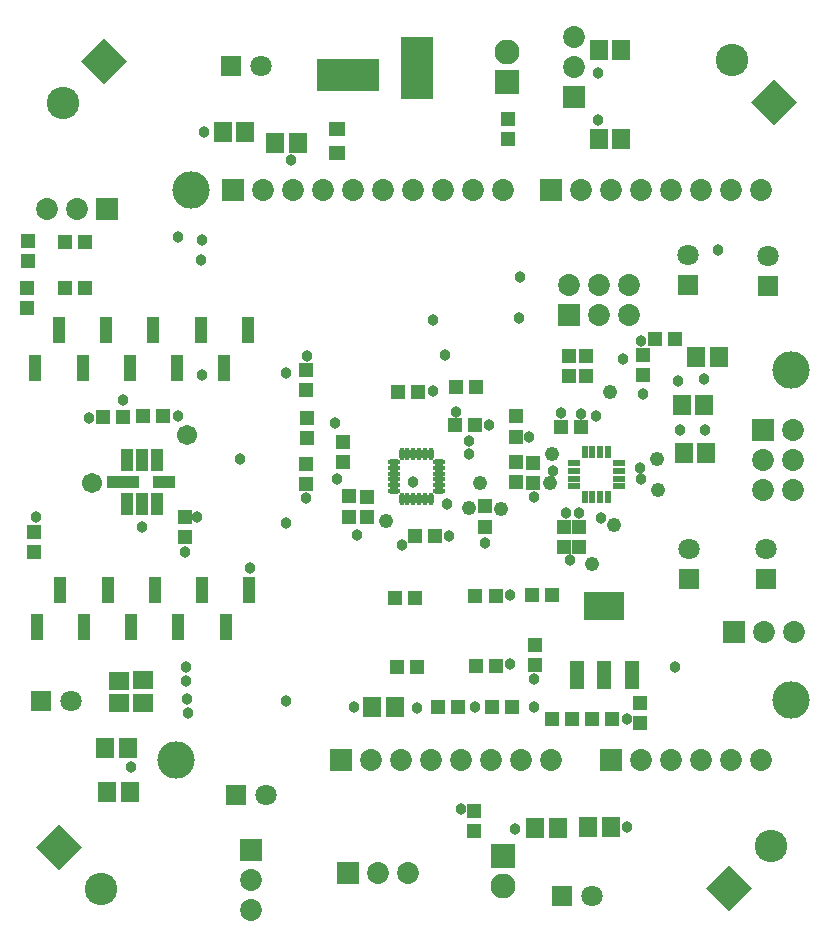
<source format=gbr>
G04 DipTrace 2.2.0.9*
%INTopMaskAF.gbr*%
%MOIN*%
%ADD57C,0.125*%
%ADD60C,0.038*%
%ADD66R,0.1064X0.0395*%
%ADD68R,0.0737X0.0395*%
%ADD70R,0.0395X0.0737*%
%ADD72R,0.0198X0.0395*%
%ADD74R,0.0395X0.0198*%
%ADD76O,0.0415X0.0198*%
%ADD78O,0.0198X0.0415*%
%ADD80C,0.0671*%
%ADD81C,0.048*%
%ADD83R,0.136X0.0926*%
%ADD85R,0.0454X0.0926*%
%ADD87C,0.108*%
%ADD89R,0.0552X0.0474*%
%ADD91C,0.083*%
%ADD92R,0.083X0.083*%
%ADD94R,0.208X0.108*%
%ADD98R,0.108X0.208*%
%ADD100R,0.043X0.087*%
%ADD102C,0.073*%
%ADD104R,0.073X0.073*%
%ADD106R,0.0671X0.0592*%
%ADD108C,0.071*%
%ADD110R,0.071X0.071*%
%ADD112R,0.0592X0.0671*%
%ADD114R,0.0474X0.0513*%
%ADD116R,0.0513X0.0474*%
%FSLAX44Y44*%
%SFA1B1*%
%OFA0B0*%
G04*
G70*
G90*
G75*
G01*
%LNTopMask*%
%LPD*%
D60*
X17460Y11652D3*
X15383Y11680D3*
X16973Y17092D3*
X21999Y19578D3*
X19408Y11682D3*
X21387Y11696D3*
X9813Y11951D3*
X22447Y18163D3*
X22860Y18159D3*
X9841Y11498D3*
X22937Y21454D3*
X24938Y23893D3*
X20578Y13122D3*
Y15435D3*
X22581Y16591D3*
X15483Y17445D3*
X18540Y17390D3*
X18403Y23418D3*
X17328Y19208D3*
X18468Y18474D3*
X18775Y21540D3*
X18010Y22244D3*
X19199Y20565D3*
X19219Y20141D3*
X21193Y20704D3*
X7683Y21920D3*
X10129Y18024D3*
X14795Y19290D3*
X8288Y17708D3*
X11903Y16344D3*
X14740Y21163D3*
X21377Y18685D3*
X13793Y23408D3*
X13755Y18649D3*
X11555Y19966D3*
X18008Y24592D3*
X9784Y12574D3*
Y13029D3*
X13094Y22845D3*
Y17838D3*
X18940Y8302D3*
X19752Y17170D3*
X23442Y21411D3*
X22258Y21494D3*
X24323Y23284D3*
X4771Y18024D3*
X19880Y21087D3*
X9728Y16867D3*
X24472Y11305D3*
X7925Y9683D3*
X9501Y27357D3*
X10257Y26585D3*
X10300Y27263D3*
X21385Y12645D3*
X10296Y22748D3*
X20754Y7631D3*
X24456Y7704D3*
X27059Y20936D3*
X9492Y21398D3*
X6549Y21340D3*
X24925Y19311D3*
X20892Y26033D3*
X26084Y13038D3*
X24915Y19676D3*
X24992Y22118D3*
X23591Y17990D3*
X27520Y26943D3*
X13109Y11904D3*
X20871Y24653D3*
X26187Y22557D3*
X26234Y20945D3*
X27022Y22622D3*
X23504Y32823D3*
X23496Y31260D3*
X10364Y30850D3*
X13262Y29937D3*
D116*
X19420Y15400D3*
X20089D3*
X22936Y21025D3*
X22267D3*
D114*
X9722Y18019D3*
Y17350D3*
D112*
X22167Y7664D3*
X21419D3*
X23174Y7686D3*
X23922D3*
D110*
X22309Y5411D3*
D108*
X23309D3*
D112*
X7150Y8861D3*
X7898D3*
X7086Y10336D3*
X7834D3*
D110*
X11438Y8752D3*
D108*
X12438D3*
D112*
X24285Y30642D3*
X23537D3*
X24280Y33589D3*
X23532D3*
D110*
X29180Y25739D3*
D108*
Y26739D3*
D112*
X11750Y30847D3*
X11002D3*
X12744Y30482D3*
X13492D3*
D110*
X11260Y33067D3*
D108*
X12260D3*
D114*
X19746Y18379D3*
Y17710D3*
D116*
X17406Y17382D3*
X18075D3*
D114*
X15190Y18715D3*
Y18045D3*
X21342Y19843D3*
Y19173D3*
D106*
X7541Y12578D3*
Y11830D3*
X8351Y12582D3*
Y11834D3*
D110*
X4932Y11890D3*
D108*
X5932D3*
D112*
X26784Y23373D3*
X27532D3*
X26304Y21752D3*
X27052D3*
D110*
X29104Y15972D3*
D108*
Y16972D3*
D110*
X26510Y25748D3*
D108*
Y26748D3*
D110*
X26522Y15961D3*
D108*
Y16961D3*
D112*
X26357Y20166D3*
X27105D3*
D116*
X18167Y11679D3*
X18836D3*
X20636Y11681D3*
X19967D3*
D112*
X16725Y11688D3*
X15977D3*
D114*
X4720Y16868D3*
Y17537D3*
D104*
X11340Y28940D3*
D102*
X12340D3*
X13340D3*
X14340D3*
X15340D3*
X16340D3*
X17340D3*
X18340D3*
X19340D3*
X20340D3*
D100*
X4794Y14351D3*
X6368D3*
X7942D3*
X9516D3*
X11090D3*
X11877Y15611D3*
X10303D3*
X8729D3*
X7155D3*
X5581D3*
X4751Y23006D3*
X6325D3*
X7899D3*
X9473D3*
X11047D3*
X11834Y24266D3*
X10260D3*
X8686D3*
X7112D3*
X5538D3*
D104*
X14940Y9940D3*
D102*
X15940D3*
X16940D3*
X17940D3*
X18940D3*
X19940D3*
X20940D3*
X21940D3*
D104*
Y28940D3*
D102*
X22940D3*
X23940D3*
X24940D3*
X25940D3*
X26940D3*
X27940D3*
X28940D3*
D104*
X23940Y9940D3*
D102*
X24940D3*
X25940D3*
X26940D3*
X27940D3*
X28940D3*
D104*
X28995Y20920D3*
D102*
Y19920D3*
Y18920D3*
X29995D3*
Y19920D3*
Y20920D3*
D104*
X22531Y24776D3*
D102*
X23531D3*
X24531D3*
Y25776D3*
X23531D3*
X22531D3*
D98*
X17482Y32996D3*
D94*
X15169Y32746D3*
D92*
X20466Y32535D3*
D91*
Y33535D3*
D92*
X20321Y6732D3*
D91*
Y5732D3*
D57*
X29940Y22940D3*
X9440Y9940D3*
X9940Y28940D3*
X29940Y11940D3*
D89*
X14792Y30169D3*
Y30956D3*
D104*
X28051Y14200D3*
D102*
X29051D3*
X30051D3*
D104*
X22692Y32043D3*
D102*
Y33043D3*
Y34043D3*
D104*
X11940Y6940D3*
D102*
Y5940D3*
Y4940D3*
D104*
X7124Y28287D3*
D102*
X6124D3*
X5124D3*
G36*
X28647Y5673D2*
X27883Y4910D1*
X27120Y5673D1*
X27883Y6437D1*
X28647Y5673D1*
G37*
D87*
X29272Y7062D3*
G36*
X29369Y32637D2*
X30133Y31873D1*
X29369Y31109D1*
X28605Y31873D1*
X29369Y32637D1*
G37*
D87*
X27980Y33262D3*
G36*
X5535Y7777D2*
X6299Y7014D1*
X5535Y6250D1*
X4772Y7014D1*
X5535Y7777D1*
G37*
D87*
X6924Y5625D3*
G36*
X6282Y33217D2*
X7046Y33981D1*
X7809Y33217D1*
X7046Y32453D1*
X6282Y33217D1*
G37*
D87*
X5657Y31828D3*
D85*
X22811Y12771D3*
X23716D3*
X24622D3*
D83*
X23716Y15054D3*
D114*
X22371Y17695D3*
Y17026D3*
X22870Y17695D3*
Y17025D3*
D116*
X22654Y11284D3*
X21985D3*
X23972Y11302D3*
X23303D3*
D114*
X20513Y30628D3*
Y31298D3*
X19385Y8241D3*
Y7571D3*
D116*
X16814Y13025D3*
X17483D3*
X6405Y27200D3*
X5735D3*
X6415Y25670D3*
X5745D3*
X16721Y15336D3*
X17390D3*
X8342Y21380D3*
X9011D3*
X7678Y21359D3*
X7009D3*
X19413Y21079D3*
X18744D3*
D114*
X15795Y18027D3*
Y18696D3*
X24900Y11146D3*
Y11815D3*
D116*
X26080Y23960D3*
X25411D3*
D114*
X22533Y22739D3*
Y23408D3*
X24999Y22748D3*
Y23417D3*
X23089Y23383D3*
Y22714D3*
X20764Y19854D3*
Y19185D3*
X20775Y20710D3*
Y21380D3*
D116*
X18763Y22346D3*
X19433D3*
X17505Y22210D3*
X16835D3*
D114*
X14997Y20517D3*
Y19848D3*
X13777Y19804D3*
Y19134D3*
X13819Y20674D3*
Y21343D3*
X13777Y22260D3*
Y22929D3*
X21388Y13751D3*
Y13082D3*
D116*
X21292Y15435D3*
X21961D3*
X19434Y13070D3*
X20103D3*
D114*
X4510Y27225D3*
Y26555D3*
D104*
X15165Y6149D3*
D102*
X16165D3*
X17165D3*
D80*
X6634Y19163D3*
X9799Y20756D3*
D81*
X21965Y20117D3*
X23888Y22200D3*
X25495Y18938D3*
X24028Y17752D3*
X25471Y19950D3*
X19571Y19160D3*
X19198Y18336D3*
X20278Y18302D3*
X21888Y19164D3*
X23320Y16454D3*
X16451Y17891D3*
D114*
X4470Y25675D3*
Y25005D3*
D78*
X17940Y20128D3*
X17743D3*
X17546D3*
X17349D3*
X17153D3*
X16956D3*
D76*
X16700Y19872D3*
Y19675D3*
Y19478D3*
Y19281D3*
Y19084D3*
Y18887D3*
D78*
X16956Y18631D3*
X17152D3*
X17349D3*
X17546D3*
X17743D3*
X17940D3*
D76*
X18196Y18887D3*
Y19084D3*
Y19281D3*
Y19478D3*
Y19675D3*
Y19872D3*
D74*
X22692Y19824D3*
Y19568D3*
Y19312D3*
Y19056D3*
D72*
X23056Y18692D3*
X23312D3*
X23568D3*
X23824D3*
D74*
X24188Y19056D3*
Y19312D3*
Y19568D3*
Y19824D3*
D72*
X23824Y20188D3*
X23568D3*
X23312D3*
X23056D3*
D70*
X7796Y18449D3*
X8296D3*
X8796D3*
D68*
X9031Y19184D3*
D70*
X8796Y19919D3*
X8296D3*
X7796D3*
D66*
X7687Y19184D3*
M02*

</source>
